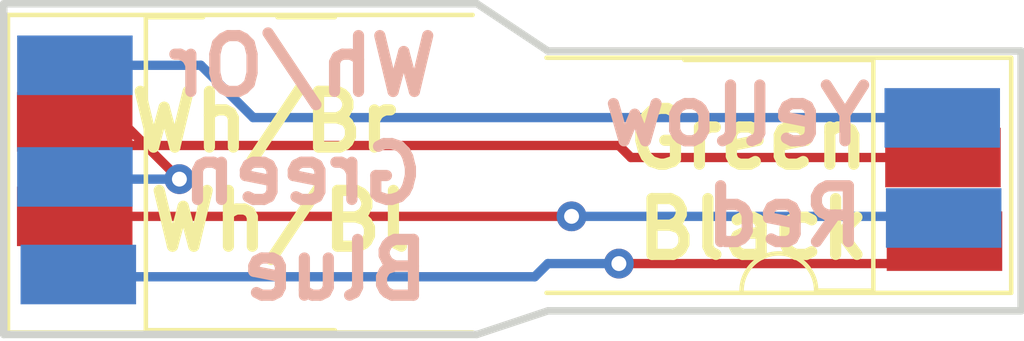
<source format=kicad_pcb>
(kicad_pcb (version 20211014) (generator pcbnew)
  (layers (0 "F.Cu" signal) (31 "B.Cu" signal) (34 "B.Paste" user) (35 "F.Paste" user) (36 "B.SilkS" user "B.Silkscreen") (37 "F.SilkS" user "F.Silkscreen") (38 "B.Mask" user) (39 "F.Mask" user) (44 "Edge.Cuts" user))
  (net 0 "")
  (footprint "Package_DIP:DIP-8_W8.89mm_SMDSocket_LongPads" (layer "F.Cu") (at 95.098485 85.756802 180)
    (fp_text reference "REF**" hide)
    (fp_text value "DIP-8_W8.89mm_SMDSocket_LongPads" hide)
    (fp_line (start -2.535 1.06) (end 2.535 1.06) (layer "F.SilkS") (width 0.12))
    (fp_line (start 6.235 -5.2) (end -6.235 -5.2) (layer "F.SilkS") (width 0.12))
    (fp_line (start -1 -5.14) (end -2.535 -5.14) (layer "F.SilkS") (width 0.12))
    (fp_line (start -2.535 -5.14) (end -2.535 1.06) (layer "F.SilkS") (width 0.12))
    (fp_line (start -6.235 -5.2) (end -6.235 1.12) (layer "F.SilkS") (width 0.12))
    (fp_line (start -6.235 1.12) (end 6.235 1.12) (layer "F.SilkS") (width 0.12))
    (fp_arc (start 1 -5.14) (mid 0 -4.14) (end -1 -5.14) (layer "F.SilkS") (width 0.12))
    (pad "GND" smd rect (at -4.385389 -0.496644 180) (size 3.1 1.6) (layers "B.Cu" "B.Paste" "B.Mask"))
    (pad "RX" smd rect (at -4.423032 -3.188106 180) (size 3.1 1.6) (layers "B.Cu" "B.Paste" "B.Mask"))
    (pad "TS" smd rect (at -4.40421 -1.562177 180) (size 3.1 1.6) (layers "F.Cu" "F.Paste" "F.Mask"))
    (pad "TX" smd rect (at -4.445 -3.81 180) (size 3.1 1.6) (layers "F.Cu" "F.Paste" "F.Mask"))
  )
  (footprint "Package_DIP:DIP-10_W8.89mm_SMDSocket_LongPads" (layer "F.Cu") (at 80.645 88.9)
    (fp_text reference "REF**" hide)
    (fp_text value "DIP-10_W8.89mm_SMDSocket_LongPads" hide)
    (fp_line (start -2.535 -5.353039) (end -2.535 3.06) (layer "F.SilkS") (width 0.12))
    (fp_line (start -6.235 -5.413039) (end -6.235 3.12) (layer "F.SilkS") (width 0.12))
    (fp_line (start -1 -5.353039) (end -2.535 -5.353039) (layer "F.SilkS") (width 0.12))
    (fp_line (start 6.235 -5.413039) (end -6.235 -5.413039) (layer "F.SilkS") (width 0.12))
    (fp_line (start -2.535 3.06) (end 2.535 3.06) (layer "F.SilkS") (width 0.12))
    (fp_line (start 2.535 -5.353039) (end 1 -5.353039) (layer "F.SilkS") (width 0.12))
    (fp_line (start -6.235 3.12) (end 6.235 3.12) (layer "F.SilkS") (width 0.12))
    (pad "GND" smd rect (at -4.440096 -4.060224) (size 3.1 1.6) (layers "B.Cu" "B.Paste" "B.Mask"))
    (pad "RX" smd rect (at -4.445 0) (size 3.1 1.6) (layers "F.Cu" "F.Paste" "F.Mask"))
    (pad "TS" smd rect (at -4.440096 -1.060224) (size 3.1 1.6) (layers "B.Cu" "B.Paste" "B.Mask"))
    (pad "TS" smd rect (at -4.445 -2.54) (size 3.1 1.6) (layers "F.Cu" "F.Paste" "F.Mask"))
    (pad "TX" smd rect (at -4.347746 1.563763) (size 3.1 1.6) (layers "B.Cu" "B.Paste" "B.Mask"))
  )
  (gr_line (start 88.9 91.44) (end 86.995 92.075) (layer "Edge.Cuts") (width 0.2))
  (gr_line (start 101.6 91.44) (end 88.9 91.44) (layer "Edge.Cuts") (width 0.2))
  (gr_line (start 74.295 83.185) (end 86.995 83.185) (layer "Edge.Cuts") (width 0.2))
  (gr_line (start 86.995 92.075) (end 74.295 92.075) (layer "Edge.Cuts") (width 0.2))
  (gr_line (start 86.995 83.185) (end 88.9 84.455) (layer "Edge.Cuts") (width 0.2))
  (gr_line (start 74.295 92.075) (end 74.295 83.185) (layer "Edge.Cuts") (width 0.2))
  (gr_line (start 101.6 84.455) (end 101.6 91.44) (layer "Edge.Cuts") (width 0.2))
  (gr_line (start 88.9 84.455) (end 101.6 84.455) (layer "Edge.Cuts") (width 0.2))
  (gr_text "Green\n" (at 82.316932 87.766868) (layer "B.SilkS") (effects (font (size 1.5 1.5) (thickness 0.3)) (justify mirror)))
  (gr_text "Wh/Or" (at 82.316932 84.863331) (layer "B.SilkS") (effects (font (size 1.5 1.5) (thickness 0.3)) (justify mirror)))
  (gr_text "Yellow\n" (at 93.98 86.191135) (layer "B.SilkS") (effects (font (size 1.5 1.5) (thickness 0.3)) (justify mirror)))
  (gr_text "Red\n" (at 95.25 88.9) (layer "B.SilkS") (effects (font (size 1.5 1.5) (thickness 0.3)) (justify mirror)))
  (gr_text "Blue" (at 83.185 90.341139) (layer "B.SilkS") (effects (font (size 1.5 1.5) (thickness 0.3)) (justify mirror)))
  (gr_text "Black" (at 94.408169 89.24434) (layer "F.SilkS") (effects (font (size 1.5 1.5) (thickness 0.3))))
  (gr_text "Wh/Br" (at 81.28 86.36) (layer "F.SilkS") (effects (font (size 1.5 1.5) (thickness 0.3))))
  (gr_text "Green\n" (at 94.288435 86.819736) (layer "F.SilkS") (effects (font (size 1.5 1.5) (thickness 0.3))))
  (gr_text "Wh/Bl" (at 81.718264 89.02407) (layer "F.SilkS") (effects (font (size 1.5 1.5) (thickness 0.3))))
  (segment (start 90.805 86.995) (end 91.128979 87.318979) (width 0.25) (layer "F.Cu") (net 0))
  (segment (start 79.01 87.9) (end 77.47 86.36) (width 0.25) (layer "F.Cu") (net 0))
  (segment (start 77.47 86.36) (end 76.2 86.36) (width 0.25) (layer "F.Cu") (net 0))
  (segment (start 91.128979 87.318979) (end 99.502695 87.318979) (width 0.25) (layer "F.Cu") (net 0))
  (segment (start 89.535 88.9) (end 76.2 88.9) (width 0.25) (layer "F.Cu") (net 0))
  (segment (start 76.2 86.36) (end 76.835 86.995) (width 0.25) (layer "F.Cu") (net 0))
  (segment (start 76.835 86.995) (end 90.805 86.995) (width 0.25) (layer "F.Cu") (net 0))
  (segment (start 90.805 90.17) (end 98.940287 90.17) (width 0.25) (layer "F.Cu") (net 0))
  (segment (start 98.940287 90.17) (end 99.543485 89.566802) (width 0.25) (layer "F.Cu") (net 0))
  (via (at 79.01 87.9) (size 0.8) (drill 0.4) (layers "F.Cu" "B.Cu") (net 0))
  (via (at 90.805 90.17) (size 0.8) (drill 0.4) (layers "F.Cu" "B.Cu") (net 0))
  (via (at 89.535 88.9) (size 0.8) (drill 0.4) (layers "F.Cu" "B.Cu") (net 0))
  (segment (start 79.584776 84.839776) (end 80.991158 86.246158) (width 0.25) (layer "B.Cu") (net 0))
  (segment (start 99.521517 88.474372) (end 99.521517 88.944908) (width 0.25) (layer "B.Cu") (net 0))
  (segment (start 80.991158 86.246158) (end 99.476586 86.246158) (width 0.25) (layer "B.Cu") (net 0))
  (segment (start 76.297254 90.463763) (end 76.357478 90.523987) (width 0.25) (layer "B.Cu") (net 0))
  (segment (start 76.265128 87.9) (end 76.204904 87.839776) (width 0.25) (layer "B.Cu") (net 0))
  (segment (start 76.204904 84.839776) (end 79.584776 84.839776) (width 0.25) (layer "B.Cu") (net 0))
  (segment (start 88.546013 90.523987) (end 88.9 90.17) (width 0.25) (layer "B.Cu") (net 0))
  (segment (start 99.521517 88.944908) (end 99.476609 88.9) (width 0.25) (layer "B.Cu") (net 0))
  (segment (start 79.01 87.9) (end 76.265128 87.9) (width 0.25) (layer "B.Cu") (net 0))
  (segment (start 88.9 90.17) (end 90.805 90.17) (width 0.25) (layer "B.Cu") (net 0))
  (segment (start 99.476609 88.9) (end 89.535 88.9) (width 0.25) (layer "B.Cu") (net 0))
  (segment (start 76.357478 90.523987) (end 88.546013 90.523987) (width 0.25) (layer "B.Cu") (net 0))
  (segment (start 99.476586 86.246158) (end 99.483874 86.253446) (width 0.25) (layer "B.Cu") (net 0))
)
</source>
